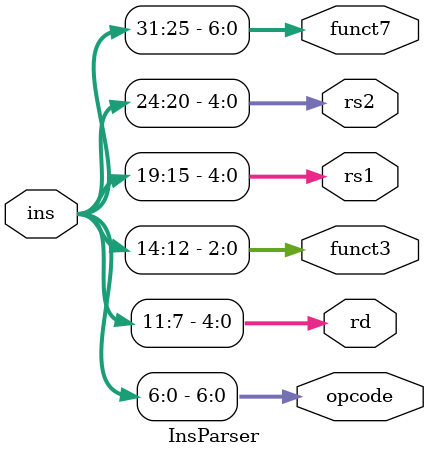
<source format=v>
`timescale 1ns / 1ps


module InsParser(
    input [31:0]ins,
    output [6:0]opcode,
    output [4:0]rd,
    output [2:0]funct3,
    output [4:0]rs1,
    output [4:0]rs2,
    output [6:0]funct7
    );
    
    begin 
    assign opcode = ins[6:0];
    assign rd = ins[11:7];
    assign funct3 = ins[14:12];
    assign rs1 = ins[19:15];
    assign rs2 = ins[24:20];
    assign funct7 = ins[31:25];
    end
endmodule
</source>
